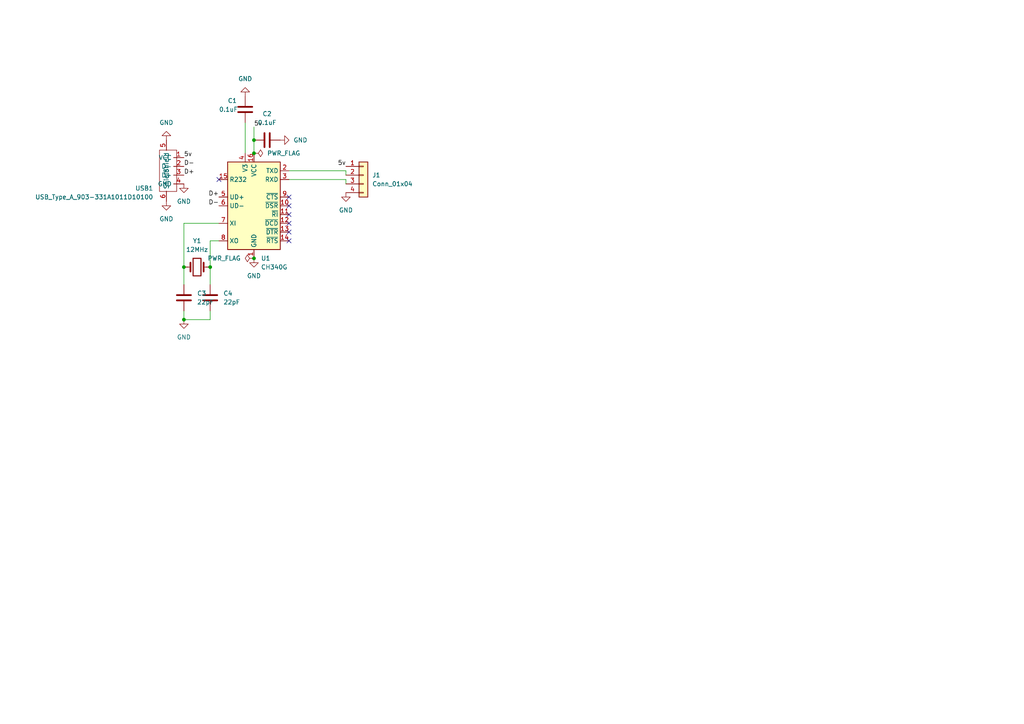
<source format=kicad_sch>
(kicad_sch (version 20211123) (generator eeschema)
  (paper "A4")
  (lib_symbols
    (symbol "Connector_Generic:Conn_01x04" (pin_names (offset 1.016) hide)
      (property "Reference" "J" (at 0 5.08 0))
      (property "Value" "Conn_01x04" (at 0 -7.62 0))
      (symbol "Conn_01x04_1_1"
        (rectangle (start -1.27 -4.953) (end 0 -5.207) (stroke (width 0.1524)))
        (rectangle (start -1.27 -2.413) (end 0 -2.667) (stroke (width 0.1524)))
        (rectangle (start -1.27 0.127) (end 0 -0.127) (stroke (width 0.1524)))
        (rectangle (start -1.27 2.667) (end 0 2.413) (stroke (width 0.1524)))
        (rectangle (start -1.27 3.81) (end 1.27 -6.35) (stroke (width 0.254)) (fill (type background)))
        (pin passive line (at -5.08 2.54 0) (length 3.81) (name "Pin_1") (number "1"))
        (pin passive line (at -5.08 0 0) (length 3.81) (name "Pin_2") (number "2"))
        (pin passive line (at -5.08 -2.54 0) (length 3.81) (name "Pin_3") (number "3"))
        (pin passive line (at -5.08 -5.08 0) (length 3.81) (name "Pin_4") (number "4"))
      )
    )
    (symbol "Device:C" (pin_numbers hide) (pin_names (offset 0.254))
      (property "Reference" "C" (at 0.635 2.54 0))
      (property "Value" "C" (at 0.635 -2.54 0))
      (symbol "C_0_1"
        (polyline (pts (xy -2.032 -0.762) (xy 2.032 -0.762)) (stroke (width 0.508)))
        (polyline (pts (xy -2.032 0.762) (xy 2.032 0.762)) (stroke (width 0.508)))
      )
      (symbol "C_1_1"
        (pin passive line (at 0 3.81 270) (length 2.794) (name "~") (number "1"))
        (pin passive line (at 0 -3.81 90) (length 2.794) (name "~") (number "2"))
      )
    )
    (symbol "Device:Crystal" (pin_numbers hide) (pin_names (offset 1.016) hide)
      (property "Reference" "Y" (at 0 3.81 0))
      (property "Value" "Crystal" (at 0 -3.81 0))
      (symbol "Crystal_0_1"
        (rectangle (start -1.143 2.54) (end 1.143 -2.54) (stroke (width 0.3048)))
        (polyline (pts (xy -2.54 0) (xy -1.905 0)))
        (polyline (pts (xy -1.905 -1.27) (xy -1.905 1.27)) (stroke (width 0.508)))
        (polyline (pts (xy 1.905 -1.27) (xy 1.905 1.27)) (stroke (width 0.508)))
        (polyline (pts (xy 2.54 0) (xy 1.905 0)))
      )
      (symbol "Crystal_1_1"
        (pin passive line (at -3.81 0 0) (length 1.27) (name "1") (number "1"))
        (pin passive line (at 3.81 0 180) (length 1.27) (name "2") (number "2"))
      )
    )
    (symbol "Interface_USB:CH340G"
      (property "Reference" "U" (at -5.08 13.97 0))
      (property "Value" "CH340G" (at 1.27 13.97 0))
      (symbol "CH340G_0_1"
        (rectangle (start -7.62 12.7) (end 7.62 -12.7) (stroke (width 0.254)) (fill (type background)))
      )
      (symbol "CH340G_1_1"
        (pin power_in line (at 0 -15.24 90) (length 2.54) (name "GND") (number "1"))
        (pin input line (at 10.16 0 180) (length 2.54) (name "~{DSR}") (number "10"))
        (pin input line (at 10.16 -2.54 180) (length 2.54) (name "~{RI}") (number "11"))
        (pin input line (at 10.16 -5.08 180) (length 2.54) (name "~{DCD}") (number "12"))
        (pin output line (at 10.16 -7.62 180) (length 2.54) (name "~{DTR}") (number "13"))
        (pin output line (at 10.16 -10.16 180) (length 2.54) (name "~{RTS}") (number "14"))
        (pin input line (at -10.16 7.62 0) (length 2.54) (name "R232") (number "15"))
        (pin power_in line (at 0 15.24 270) (length 2.54) (name "VCC") (number "16"))
        (pin output line (at 10.16 10.16 180) (length 2.54) (name "TXD") (number "2"))
        (pin input line (at 10.16 7.62 180) (length 2.54) (name "RXD") (number "3"))
        (pin passive line (at -2.54 15.24 270) (length 2.54) (name "V3") (number "4"))
        (pin bidirectional line (at -10.16 2.54 0) (length 2.54) (name "UD+") (number "5"))
        (pin bidirectional line (at -10.16 0 0) (length 2.54) (name "UD-") (number "6"))
        (pin input line (at -10.16 -5.08 0) (length 2.54) (name "XI") (number "7"))
        (pin output line (at -10.16 -10.16 0) (length 2.54) (name "XO") (number "8"))
        (pin input line (at 10.16 2.54 180) (length 2.54) (name "~{CTS}") (number "9"))
      )
    )
    (symbol "PiE_Symbols:USB_Type_A_903-331A1011D10100"
      (property "Reference" "USB" (at 0 10 0))
      (property "Value" "USB_Type_A_903-331A1011D10100" (at 1 12 0))
      (symbol "USB_Type_A_903-331A1011D10100_0_1"
        (rectangle (start -6 2) (end 6 -3))
      )
      (symbol "USB_Type_A_903-331A1011D10100_1_1"
        (pin passive line (at 3.81 -5.08 90) (length 3) (name "VCC") (number "1"))
        (pin passive line (at 1.27 -5.08 90) (length 3) (name "D-") (number "2"))
        (pin passive line (at -1.27 -5.08 90) (length 3) (name "D+") (number "3"))
        (pin passive line (at -3.81 -5.08 90) (length 3) (name "GND") (number "4"))
        (pin passive line (at 8.89 0 180) (length 3) (name "Shield") (number "5"))
        (pin passive line (at -8.89 0 0) (length 3) (name "Shield") (number "6"))
      )
    )
    (symbol "power:GND" (power) (pin_names (offset 0))
      (property "Value" "GND" (at 0 -3.81 0))
      (symbol "GND_0_1"
        (polyline (pts (xy 0 0) (xy 0 -1.27) (xy 1.27 -1.27) (xy 0 -2.54) (xy -1.27 -1.27) (xy 0 -1.27)))
      )
      (symbol "GND_1_1"
        (pin power_in line (at 0 0 270) (length 0) hide (name "GND") (number "1"))
      )
    )
    (symbol "power:PWR_FLAG" (power) (pin_numbers hide) (pin_names (offset 0) hide)
      (property "Value" "PWR_FLAG" (at 0 3.81 0))
      (symbol "PWR_FLAG_0_0"
        (pin power_out line (at 0 0 90) (length 0) (name "pwr") (number "1"))
      )
      (symbol "PWR_FLAG_0_1"
        (polyline (pts (xy 0 0) (xy 0 1.27) (xy -1.016 1.905) (xy 0 2.54) (xy 1.016 1.905) (xy 0 1.27)))
      )
    )
  )
  (junction (at 53.34 77.47))
  (junction (at 73.66 44.45))
  (junction (at 73.66 74.93))
  (junction (at 53.34 92.71))
  (junction (at 60.96 77.47))
  (junction (at 73.66 40.64))
  (no_connect (at 83.82 57.15))
  (no_connect (at 83.82 69.85))
  (no_connect (at 83.82 62.23))
  (no_connect (at 63.5 52.07))
  (no_connect (at 83.82 59.69))
  (no_connect (at 83.82 64.77))
  (no_connect (at 83.82 67.31))
  (wire (pts (xy 63.5 64.77) (xy 53.34 64.77)))
  (wire (pts (xy 100.33 52.07) (xy 100.33 53.34)))
  (wire (pts (xy 60.96 77.47) (xy 60.96 82.55)))
  (wire (pts (xy 83.82 49.53) (xy 100.33 49.53)))
  (wire (pts (xy 73.66 40.64) (xy 73.66 44.45)))
  (wire (pts (xy 53.34 77.47) (xy 53.34 82.55)))
  (wire (pts (xy 63.5 69.85) (xy 60.96 69.85)))
  (wire (pts (xy 73.66 36.83) (xy 73.66 40.64)))
  (wire (pts (xy 53.34 64.77) (xy 53.34 77.47)))
  (wire (pts (xy 60.96 69.85) (xy 60.96 77.47)))
  (wire (pts (xy 100.33 49.53) (xy 100.33 50.8)))
  (wire (pts (xy 53.34 90.17) (xy 53.34 92.71)))
  (wire (pts (xy 60.96 92.71) (xy 60.96 90.17)))
  (wire (pts (xy 83.82 52.07) (xy 100.33 52.07)))
  (wire (pts (xy 71.12 35.56) (xy 71.12 44.45)))
  (wire (pts (xy 53.34 92.71) (xy 60.96 92.71)))
  (label "5v" (at 53.34 45.72 0))
  (label "D+" (at 53.34 50.8 0))
  (label "D-" (at 63.5 59.69 180))
  (label "5v" (at 73.66 36.83 0))
  (label "D+" (at 63.5 57.15 180))
  (label "5v" (at 100.33 48.26 180))
  (label "D-" (at 53.34 48.26 0))
  (symbol (lib_id "Device:C") (at 71.12 31.75 180) (unit 1)
    (property "Reference" "C1" (at 66.04 29.21 0) (effects (justify right)))
    (property "Value" "0.1uF" (at 63.5 31.75 0) (effects (justify right)))
    (property "Footprint" "Capacitor_SMD:C_0603_1608Metric" (effects hide))
  )
  (symbol (lib_id "power:PWR_FLAG") (at 73.66 74.93 90) (unit 1)
    (property "Reference" "#FLG0102" (effects hide))
    (property "Value" "PWR_FLAG" (at 69.85 74.9299 90) (effects (justify left)))
  )
  (symbol (lib_id "power:GND") (at 81.28 40.64 90) (unit 1)
    (property "Reference" "#PWR0103" (effects hide))
    (property "Value" "GND" (at 85.09 40.6399 90) (effects (justify right)))
  )
  (symbol (lib_id "power:GND") (at 71.12 27.94 180) (unit 1)
    (property "Reference" "#PWR0105" (effects hide))
    (property "Value" "GND" (at 71.12 22.86 0))
  )
  (symbol (lib_id "Connector_Generic:Conn_01x04") (at 105.41 50.8 0) (unit 1)
    (property "Reference" "J1" (at 107.95 50.7999 0) (effects (justify left)))
    (property "Value" "Conn_01x04" (at 107.95 53.3399 0) (effects (justify left)))
    (property "Footprint" "Connector_PinHeader_2.54mm:PinHeader_1x04_P2.54mm_Vertical" (effects hide))
  )
  (symbol (lib_id "Device:Crystal") (at 57.15 77.47 0) (unit 1)
    (property "Reference" "Y1" (at 57.15 69.85 0))
    (property "Value" "12MHz" (at 57.15 72.39 0))
    (property "Footprint" "Crystal:Crystal_HC49-U_Vertical" (effects hide))
  )
  (symbol (lib_id "Device:C") (at 53.34 86.36 0) (unit 1)
    (property "Reference" "C3" (at 57.15 85.0899 0) (effects (justify left)))
    (property "Value" "22pF" (at 57.15 87.6299 0) (effects (justify left)))
    (property "Footprint" "Capacitor_SMD:C_0603_1608Metric" (effects hide))
  )
  (symbol (lib_id "power:GND") (at 100.33 55.88 0) (unit 1)
    (property "Reference" "#PWR0101" (effects hide))
    (property "Value" "GND" (at 100.33 60.96 0))
  )
  (symbol (lib_id "power:GND") (at 53.34 92.71 0) (unit 1)
    (property "Reference" "#PWR0102" (effects hide))
    (property "Value" "GND" (at 53.34 97.79 0))
  )
  (symbol (lib_id "power:GND") (at 53.34 53.34 0) (unit 1)
    (property "Reference" "#PWR0108" (effects hide))
    (property "Value" "GND" (at 53.34 58.42 0))
  )
  (symbol (lib_id "Interface_USB:CH340G") (at 73.66 59.69 0) (unit 1)
    (property "Reference" "U1" (at 75.6794 74.93 0) (effects (justify left)))
    (property "Value" "CH340G" (at 75.6794 77.47 0) (effects (justify left)))
    (property "Footprint" "Package_SO:SOIC-16_3.9x9.9mm_P1.27mm" (effects hide))
    (property "Datasheet" "http://www.datasheet5.com/pdf-local-2195953" (effects hide))
  )
  (symbol (lib_id "power:GND") (at 73.66 74.93 0) (unit 1)
    (property "Reference" "#PWR0104" (effects hide))
    (property "Value" "GND" (at 73.66 80.01 0))
  )
  (symbol (lib_id "PiE_Symbols:USB_Type_A_903-331A1011D10100") (at 48.26 49.53 90) (unit 1)
    (property "Reference" "USB1" (at 44.45 54.61 90) (effects (justify left)))
    (property "Value" "USB_Type_A_903-331A1011D10100" (at 44.45 57.15 90) (effects (justify left)))
    (property "Footprint" "PiE_Footprints:USB-A_female" (effects hide))
  )
  (symbol (lib_id "power:GND") (at 48.26 58.42 0) (unit 1)
    (property "Reference" "#PWR0107" (effects hide))
    (property "Value" "GND" (at 48.26 63.5 0))
  )
  (symbol (lib_id "power:GND") (at 48.26 40.64 180) (unit 1)
    (property "Reference" "#PWR0106" (effects hide))
    (property "Value" "GND" (at 48.26 35.56 0))
  )
  (symbol (lib_id "Device:C") (at 77.47 40.64 90) (unit 1)
    (property "Reference" "C2" (at 77.47 33.02 90))
    (property "Value" "0.1uF" (at 77.47 35.56 90))
    (property "Footprint" "Capacitor_SMD:C_0603_1608Metric" (effects hide))
  )
  (symbol (lib_id "Device:C") (at 60.96 86.36 0) (unit 1)
    (property "Reference" "C4" (at 64.77 85.0899 0) (effects (justify left)))
    (property "Value" "22pF" (at 64.77 87.6299 0) (effects (justify left)))
    (property "Footprint" "Capacitor_SMD:C_0603_1608Metric" (effects hide))
  )
  (symbol (lib_id "power:PWR_FLAG") (at 73.66 44.45 270) (unit 1)
    (property "Reference" "#FLG0101" (effects hide))
    (property "Value" "PWR_FLAG" (at 77.47 44.4499 90) (effects (justify left)))
  )
)
</source>
